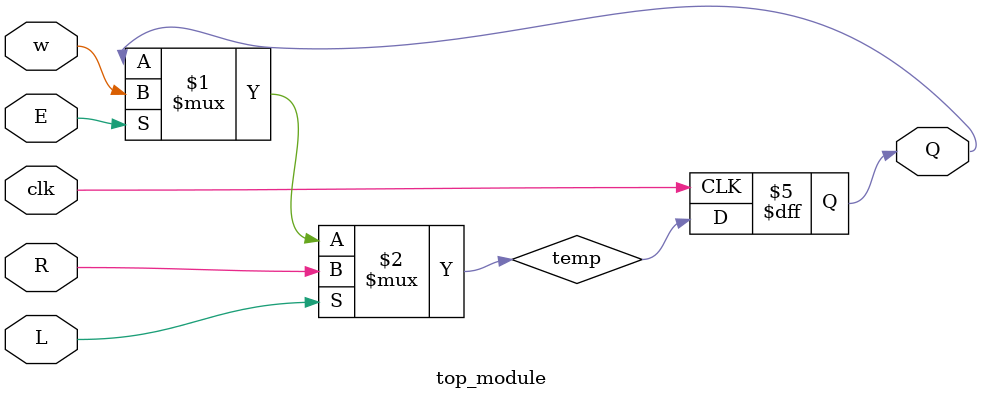
<source format=v>
module top_module (
    input clk,
    input w, R, E, L,
    output reg Q
);

initial begin
    Q=0;
end

wire temp;
assign temp=L?R:(E?w:Q);

always @(posedge clk) begin
    Q<=temp;
end

endmodule
</source>
